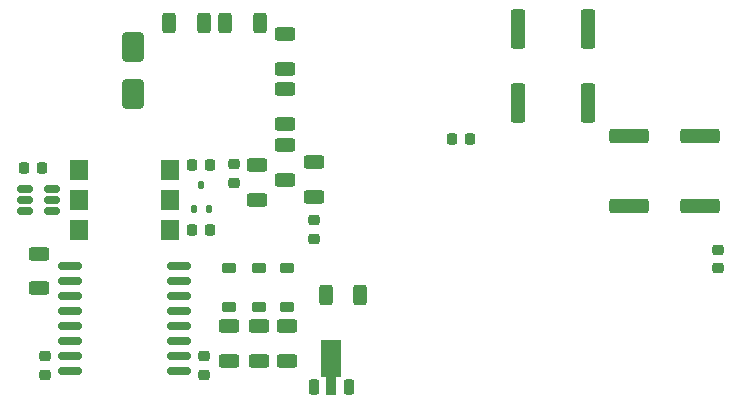
<source format=gbr>
%TF.GenerationSoftware,KiCad,Pcbnew,9.0.1-1.fc42*%
%TF.CreationDate,2025-04-25T16:42:34-04:00*%
%TF.ProjectId,IGBT_DRVR_CM400HA-24H,49474254-5f44-4525-9652-5f434d343030,rev?*%
%TF.SameCoordinates,Original*%
%TF.FileFunction,Paste,Top*%
%TF.FilePolarity,Positive*%
%FSLAX46Y46*%
G04 Gerber Fmt 4.6, Leading zero omitted, Abs format (unit mm)*
G04 Created by KiCad (PCBNEW 9.0.1-1.fc42) date 2025-04-25 16:42:34*
%MOMM*%
%LPD*%
G01*
G04 APERTURE LIST*
G04 Aperture macros list*
%AMRoundRect*
0 Rectangle with rounded corners*
0 $1 Rounding radius*
0 $2 $3 $4 $5 $6 $7 $8 $9 X,Y pos of 4 corners*
0 Add a 4 corners polygon primitive as box body*
4,1,4,$2,$3,$4,$5,$6,$7,$8,$9,$2,$3,0*
0 Add four circle primitives for the rounded corners*
1,1,$1+$1,$2,$3*
1,1,$1+$1,$4,$5*
1,1,$1+$1,$6,$7*
1,1,$1+$1,$8,$9*
0 Add four rect primitives between the rounded corners*
20,1,$1+$1,$2,$3,$4,$5,0*
20,1,$1+$1,$4,$5,$6,$7,0*
20,1,$1+$1,$6,$7,$8,$9,0*
20,1,$1+$1,$8,$9,$2,$3,0*%
%AMFreePoly0*
4,1,9,3.862500,-0.866500,0.737500,-0.866500,0.737500,-0.450000,-0.737500,-0.450000,-0.737500,0.450000,0.737500,0.450000,0.737500,0.866500,3.862500,0.866500,3.862500,-0.866500,3.862500,-0.866500,$1*%
G04 Aperture macros list end*
%ADD10RoundRect,0.150000X0.875000X0.150000X-0.875000X0.150000X-0.875000X-0.150000X0.875000X-0.150000X0*%
%ADD11RoundRect,0.250000X0.362500X1.425000X-0.362500X1.425000X-0.362500X-1.425000X0.362500X-1.425000X0*%
%ADD12RoundRect,0.250000X-0.625000X0.312500X-0.625000X-0.312500X0.625000X-0.312500X0.625000X0.312500X0*%
%ADD13RoundRect,0.225000X-0.225000X-0.250000X0.225000X-0.250000X0.225000X0.250000X-0.225000X0.250000X0*%
%ADD14R,1.585000X1.780000*%
%ADD15RoundRect,0.250000X-1.425000X0.362500X-1.425000X-0.362500X1.425000X-0.362500X1.425000X0.362500X0*%
%ADD16RoundRect,0.225000X-0.250000X0.225000X-0.250000X-0.225000X0.250000X-0.225000X0.250000X0.225000X0*%
%ADD17RoundRect,0.112500X-0.112500X-0.237500X0.112500X-0.237500X0.112500X0.237500X-0.112500X0.237500X0*%
%ADD18RoundRect,0.250000X0.625000X-0.312500X0.625000X0.312500X-0.625000X0.312500X-0.625000X-0.312500X0*%
%ADD19RoundRect,0.225000X0.225000X-0.425000X0.225000X0.425000X-0.225000X0.425000X-0.225000X-0.425000X0*%
%ADD20FreePoly0,90.000000*%
%ADD21RoundRect,0.225000X0.250000X-0.225000X0.250000X0.225000X-0.250000X0.225000X-0.250000X-0.225000X0*%
%ADD22RoundRect,0.250000X0.312500X0.625000X-0.312500X0.625000X-0.312500X-0.625000X0.312500X-0.625000X0*%
%ADD23RoundRect,0.225000X0.225000X0.250000X-0.225000X0.250000X-0.225000X-0.250000X0.225000X-0.250000X0*%
%ADD24RoundRect,0.150000X0.512500X0.150000X-0.512500X0.150000X-0.512500X-0.150000X0.512500X-0.150000X0*%
%ADD25RoundRect,0.218750X0.256250X-0.218750X0.256250X0.218750X-0.256250X0.218750X-0.256250X-0.218750X0*%
%ADD26RoundRect,0.225000X-0.375000X0.225000X-0.375000X-0.225000X0.375000X-0.225000X0.375000X0.225000X0*%
%ADD27RoundRect,0.250000X-0.312500X-0.625000X0.312500X-0.625000X0.312500X0.625000X-0.312500X0.625000X0*%
%ADD28RoundRect,0.250000X-0.650000X1.000000X-0.650000X-1.000000X0.650000X-1.000000X0.650000X1.000000X0*%
G04 APERTURE END LIST*
D10*
%TO.C,U4*%
X128400000Y-106945000D03*
X128400000Y-105675000D03*
X128400000Y-104405000D03*
X128400000Y-103135000D03*
X128400000Y-101865000D03*
X128400000Y-100595000D03*
X128400000Y-99325000D03*
X128400000Y-98055000D03*
X119100000Y-98055000D03*
X119100000Y-99325000D03*
X119100000Y-100595000D03*
X119100000Y-101865000D03*
X119100000Y-103135000D03*
X119100000Y-104405000D03*
X119100000Y-105675000D03*
X119100000Y-106945000D03*
%TD*%
D11*
%TO.C,R2*%
X157037500Y-84250000D03*
X162962500Y-84250000D03*
%TD*%
D12*
%TO.C,R9*%
X135100000Y-103187500D03*
X135100000Y-106112500D03*
%TD*%
%TO.C,R11*%
X135000000Y-89537500D03*
X135000000Y-92462500D03*
%TD*%
D13*
%TO.C,C3*%
X115225000Y-89750000D03*
X116775000Y-89750000D03*
%TD*%
D14*
%TO.C,TR1*%
X119907500Y-89960000D03*
X119907500Y-92500000D03*
X119907500Y-95040000D03*
X127592500Y-95040000D03*
X127592500Y-92500000D03*
X127592500Y-89960000D03*
%TD*%
D15*
%TO.C,R15*%
X166500000Y-87037500D03*
X166500000Y-92962500D03*
%TD*%
D12*
%TO.C,R13*%
X137500000Y-103187500D03*
X137500000Y-106112500D03*
%TD*%
D16*
%TO.C,C8*%
X133000000Y-89475000D03*
X133000000Y-91025000D03*
%TD*%
D12*
%TO.C,R6*%
X137300000Y-78437500D03*
X137300000Y-81362500D03*
%TD*%
D17*
%TO.C,D1*%
X129600000Y-93250000D03*
X130900000Y-93250000D03*
X130250000Y-91250000D03*
%TD*%
D18*
%TO.C,R4*%
X116500000Y-99962500D03*
X116500000Y-97037500D03*
%TD*%
D19*
%TO.C,U2*%
X139750000Y-108337500D03*
D20*
X141250000Y-108250000D03*
D19*
X142750000Y-108337500D03*
%TD*%
D21*
%TO.C,C4*%
X117000000Y-107275000D03*
X117000000Y-105725000D03*
%TD*%
D22*
%TO.C,R14*%
X143712500Y-100500000D03*
X140787500Y-100500000D03*
%TD*%
D23*
%TO.C,C1*%
X153025000Y-87300000D03*
X151475000Y-87300000D03*
%TD*%
D13*
%TO.C,C5*%
X129475000Y-95000000D03*
X131025000Y-95000000D03*
%TD*%
D21*
%TO.C,C6*%
X130500000Y-107275000D03*
X130500000Y-105725000D03*
%TD*%
D11*
%TO.C,R1*%
X157037500Y-78000000D03*
X162962500Y-78000000D03*
%TD*%
D13*
%TO.C,C7*%
X129475000Y-89500000D03*
X131025000Y-89500000D03*
%TD*%
D24*
%TO.C,U3*%
X117637500Y-93450000D03*
X117637500Y-92500000D03*
X117637500Y-91550000D03*
X115362500Y-91550000D03*
X115362500Y-92500000D03*
X115362500Y-93450000D03*
%TD*%
D25*
%TO.C,D5*%
X139750000Y-95787500D03*
X139750000Y-94212500D03*
%TD*%
D12*
%TO.C,R7*%
X137300000Y-83137500D03*
X137300000Y-86062500D03*
%TD*%
D26*
%TO.C,D4*%
X132600000Y-98250000D03*
X132600000Y-101550000D03*
%TD*%
D16*
%TO.C,C9*%
X174000000Y-96725000D03*
X174000000Y-98275000D03*
%TD*%
D27*
%TO.C,R5*%
X132287500Y-77500000D03*
X135212500Y-77500000D03*
%TD*%
D26*
%TO.C,D6*%
X137500000Y-98250000D03*
X137500000Y-101550000D03*
%TD*%
D15*
%TO.C,R16*%
X172500000Y-87037500D03*
X172500000Y-92962500D03*
%TD*%
D28*
%TO.C,D3*%
X124500000Y-79500000D03*
X124500000Y-83500000D03*
%TD*%
D27*
%TO.C,R3*%
X127537500Y-77500000D03*
X130462500Y-77500000D03*
%TD*%
D12*
%TO.C,R8*%
X137300000Y-87837500D03*
X137300000Y-90762500D03*
%TD*%
D18*
%TO.C,R12*%
X139750000Y-92212500D03*
X139750000Y-89287500D03*
%TD*%
D12*
%TO.C,R10*%
X132600000Y-103187500D03*
X132600000Y-106112500D03*
%TD*%
D26*
%TO.C,D2*%
X135100000Y-98250000D03*
X135100000Y-101550000D03*
%TD*%
M02*

</source>
